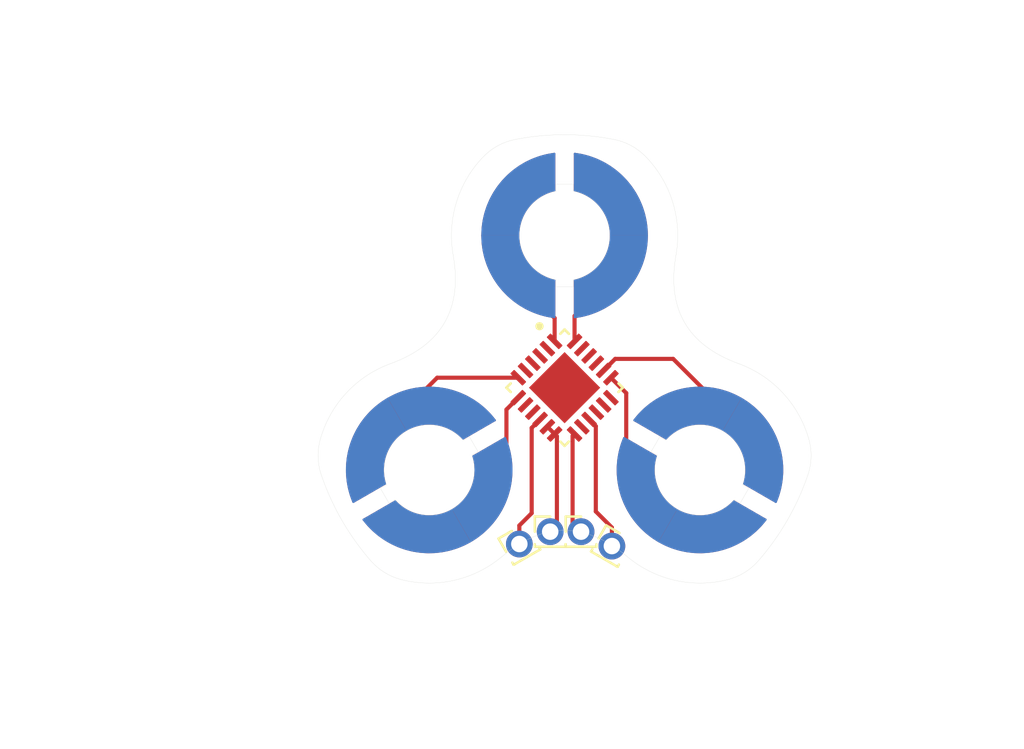
<source format=kicad_pcb>
(kicad_pcb (version 20241229) (generator "pcbnew") (generator_version "9.0")
  (layers (0 "F.Cu" signal) (2 "B.Cu" signal) (13 "F.Paste" user) (15 "B.Paste" user) (5 "F.SilkS" user "F.Silkscreen") (7 "B.SilkS" user "B.Silkscreen") (1 "F.Mask" user) (3 "B.Mask" user) (25 "Edge.Cuts" user))
  (net 0 "")
  (net 1 "SDA")
  (net 2 "SCL")
  (net 3 "GND")
  (net 4 "vcc")
  (net 5 "24")
  (footprint "Library:capacitive pad" (layer "F.Cu") (at 133.418225 93.8 120)
    (property "Reference" "REF**" (hide yes))
    (property "Value" "capacitive pad")
    (fp_line (start -0.5 -3.969109) (end -0.5 -2.193738) (stroke (width 0.1)) (layer "B.Cu"))
    (fp_line (start -0.5 3.969114) (end -0.5 2.193743) (stroke (width 0.1)) (layer "B.Cu"))
    (fp_arc (start -2.25 0.000003) (mid -1.758906 -1.403119) (end -0.5 -2.193738) (stroke (width 0.1)) (layer "B.Cu"))
    (fp_arc (start -4 0.000003) (mid -2.998711 -2.647209) (end -0.496134 -3.969109) (stroke (width 0.1)) (layer "B.Cu"))
    (fp_arc (start -0.5 2.193743) (mid -1.758906 1.403123) (end -2.25 0.000002) (stroke (width 0.1)) (layer "B.Cu"))
    (fp_arc (start -0.496135 3.969114) (mid -2.998711 2.647214) (end -4 0.000002) (stroke (width 0.1)) (layer "B.Cu"))
    (fp_poly (pts (xy -4 0.000002) (xy -3.888081 0.939591) (xy -3.547043 1.848916) (xy -2.998711 2.647214) (xy -2.254905 3.303848) (xy -1.303503 3.781652) (xy -0.496135 3.969114) (xy -0.5 2.193743) (xy -1.188316 1.910606) (xy -1.665865 1.512416) (xy -2.026996 0.976625) (xy -2.18981 0.516948) (xy -2.25 0.000003)) (fill yes) (layer "B.Cu"))
    (fp_poly (pts (xy -4 0.000003) (xy -3.888081 -0.939586) (xy -3.547043 -1.848911) (xy -2.998711 -2.647209) (xy -2.254906 -3.303843) (xy -1.303503 -3.781647) (xy -0.496134 -3.969109) (xy -0.5 -2.193738) (xy -1.188316 -1.910601) (xy -1.665865 -1.512411) (xy -2.026995 -0.97662) (xy -2.18981 -0.516943) (xy -2.25 0.000002)) (fill yes) (layer "B.Cu"))
    (pad "1" smd custom (at -3 0 120) (size 1 1) (layers "F.Cu" "F.Mask" "F.Paste") (options (clearance outline) (anchor circle)) (primitives (gr_poly (pts (xy -1 0.000002) (xy -0.888081 -0.939587) (xy -0.547043 -1.848912) (xy 0.001289 -2.64721) (xy 0.745095 -3.303844) (xy 1.696497 -3.781648) (xy 2.503866 -3.96911) (xy 2.5 -2.193739) (xy 1.811684 -1.910602) (xy 1.334135 -1.512412) (xy 0.973005 -0.976621) (xy 0.81019 -0.516944) (xy 0.75 0.000001)) (width 0) (fill yes)) (gr_poly (pts (xy -1 0.000001) (xy -0.888081 0.93959) (xy -0.547043 1.848915) (xy 0.001289 2.647213) (xy 0.745095 3.303847) (xy 1.696497 3.781651) (xy 2.503866 3.969113) (xy 2.5 2.193742) (xy 1.811684 1.910605) (xy 1.334135 1.512415) (xy 0.973005 0.976624) (xy 0.81019 0.516947) (xy 0.75 0.000002)) (width 0) (fill yes)) (gr_arc (start 2.503866 3.969113) (mid 0.001289 2.647213) (end -1 0.000001) (width 0.1)) (gr_arc (start 2.5 2.193742) (mid 1.241094 1.403122) (end 0.75 0.000001) (width 0.1)) (gr_arc (start 0.75 0.000002) (mid 1.241094 -1.40312) (end 2.5 -2.193739) (width 0.1)) (gr_arc (start -1 0.000002) (mid 0.001289 -2.64721) (end 2.503866 -3.96911) (width 0.1)) (gr_line (start 2.5 3.969113) (end 2.5 2.193742) (width 0.1)) (gr_line (start 2.5 -3.96911) (end 2.5 -2.193739) (width 0.1))))
  )
  (footprint "Library:QFN50P400X400X80-25N" (layer "F.Cu") (at 140 89.8 -45)
    (property "Reference" "REF**" (hide yes))
    (property "Value" "QFN50P400X400X80-25N")
    (fp_line (start -2 2) (end -2.000001 1.705) (stroke (width 0.127)) (layer "F.SilkS"))
    (fp_line (start -2 2) (end -1.705 2.000001) (stroke (width 0.127)) (layer "F.SilkS"))
    (fp_line (start -2 -2) (end -2.000001 -1.705) (stroke (width 0.127)) (layer "F.SilkS"))
    (fp_line (start -2 -2) (end -1.705 -2.000001) (stroke (width 0.127)) (layer "F.SilkS"))
    (fp_line (start 2 2) (end 1.705 2.000001) (stroke (width 0.127)) (layer "F.SilkS"))
    (fp_line (start 2 2) (end 2.000001 1.705) (stroke (width 0.127)) (layer "F.SilkS"))
    (fp_line (start 2 -2) (end 1.705 -2.000001) (stroke (width 0.127)) (layer "F.SilkS"))
    (fp_line (start 2 -2) (end 2.000001 -1.705) (stroke (width 0.127)) (layer "F.SilkS"))
    (fp_circle (center -2.975 -1.25) (end -2.875 -1.249999) (stroke (width 0.2)) (fill no) (layer "F.SilkS"))
    (pad "1" smd roundrect (at -1.935 -1.25 315) (size 0.84 0.27) (layers "F.Cu" "F.Mask" "F.Paste") (roundrect_rratio 0.125))
    (pad "2" smd roundrect (at -1.935001 -0.75 315) (size 0.84 0.27) (layers "F.Cu" "F.Mask" "F.Paste") (roundrect_rratio 0.125))
    (pad "3" smd roundrect (at -1.935 -0.25 315) (size 0.84 0.27) (layers "F.Cu" "F.Mask" "F.Paste") (roundrect_rratio 0.125))
    (pad "4" smd roundrect (at -1.935 0.25 315) (size 0.84 0.27) (layers "F.Cu" "F.Mask" "F.Paste") (roundrect_rratio 0.125))
    (pad "5" smd roundrect (at -1.935001 0.75 315) (size 0.84 0.27) (layers "F.Cu" "F.Mask" "F.Paste") (roundrect_rratio 0.125))
    (pad "6" smd roundrect (at -1.935 1.25 315) (size 0.84 0.27) (layers "F.Cu" "F.Mask" "F.Paste") (roundrect_rratio 0.125))
    (pad "7" smd roundrect (at -1.25 1.935 315) (size 0.27 0.84) (layers "F.Cu" "F.Mask" "F.Paste") (roundrect_rratio 0.125))
    (pad "8" smd roundrect (at -0.75 1.935001 315) (size 0.27 0.84) (layers "F.Cu" "F.Mask" "F.Paste") (roundrect_rratio 0.125))
    (pad "9" smd roundrect (at -0.25 1.935 315) (size 0.27 0.84) (layers "F.Cu" "F.Mask" "F.Paste") (roundrect_rratio 0.125))
    (pad "10" smd roundrect (at 0.25 1.935 315) (size 0.27 0.84) (layers "F.Cu" "F.Mask" "F.Paste") (roundrect_rratio 0.125) (net 3 "GND"))
    (pad "11" smd roundrect (at 0.75 1.935001 315) (size 0.27 0.84) (layers "F.Cu" "F.Mask" "F.Paste") (roundrect_rratio 0.125) (net 4 "vcc"))
    (pad "12" smd roundrect (at 1.25 1.935 315) (size 0.27 0.84) (layers "F.Cu" "F.Mask" "F.Paste") (roundrect_rratio 0.125) (net 4 "vcc"))
    (pad "13" smd roundrect (at 1.935 1.25 315) (size 0.84 0.27) (layers "F.Cu" "F.Mask" "F.Paste") (roundrect_rratio 0.125) (net 1 "SDA"))
    (pad "14" smd roundrect (at 1.935001 0.75 315) (size 0.84 0.27) (layers "F.Cu" "F.Mask" "F.Paste") (roundrect_rratio 0.125))
    (pad "15" smd roundrect (at 1.935 0.25 315) (size 0.84 0.27) (layers "F.Cu" "F.Mask" "F.Paste") (roundrect_rratio 0.125) (net 2 "SCL"))
    (pad "16" smd roundrect (at 1.935 -0.25 315) (size 0.84 0.27) (layers "F.Cu" "F.Mask" "F.Paste") (roundrect_rratio 0.125))
    (pad "17" smd roundrect (at 1.935001 -0.75 315) (size 0.84 0.27) (layers "F.Cu" "F.Mask" "F.Paste") (roundrect_rratio 0.125))
    (pad "18" smd roundrect (at 1.935 -1.25 315) (size 0.84 0.27) (layers "F.Cu" "F.Mask" "F.Paste") (roundrect_rratio 0.125))
    (pad "19" smd roundrect (at 1.25 -1.935 315) (size 0.27 0.84) (layers "F.Cu" "F.Mask" "F.Paste") (roundrect_rratio 0.125))
    (pad "20" smd roundrect (at 0.75 -1.935001 315) (size 0.27 0.84) (layers "F.Cu" "F.Mask" "F.Paste") (roundrect_rratio 0.125))
    (pad "21" smd roundrect (at 0.25 -1.935 315) (size 0.27 0.84) (layers "F.Cu" "F.Mask" "F.Paste") (roundrect_rratio 0.125))
    (pad "22" smd roundrect (at -0.25 -1.935 315) (size 0.27 0.84) (layers "F.Cu" "F.Mask" "F.Paste") (roundrect_rratio 0.125))
    (pad "23" smd roundrect (at -0.75 -1.935001 315) (size 0.27 0.84) (layers "F.Cu" "F.Mask" "F.Paste") (roundrect_rratio 0.125))
    (pad "24" smd roundrect (at -1.25 -1.935 315) (size 0.27 0.84) (layers "F.Cu" "F.Mask" "F.Paste") (roundrect_rratio 0.125) (net 5 "24"))
    (pad "25" smd rect (at 0 0 315) (size 2.45 2.45) (layers "F.Cu" "F.Mask"))
  )
  (footprint "Library:capacitive pad" (layer "F.Cu") (at 133.418225 93.8 -60)
    (property "Reference" "REF**" (hide yes))
    (property "Value" "capacitive pad")
    (fp_line (start -0.5 3.969114) (end -0.5 2.193743) (stroke (width 0.1)) (layer "B.Cu"))
    (fp_line (start -0.5 -3.969108) (end -0.499999 -2.193738) (stroke (width 0.1)) (layer "B.Cu"))
    (fp_arc (start -0.496135 3.969114) (mid -2.998711 2.647214) (end -4 0.000002) (stroke (width 0.1)) (layer "B.Cu"))
    (fp_arc (start -0.5 2.193743) (mid -1.758906 1.403123) (end -2.25 0.000002) (stroke (width 0.1)) (layer "B.Cu"))
    (fp_arc (start -4 0.000003) (mid -2.998711 -2.647209) (end -0.496134 -3.969109) (stroke (width 0.1)) (layer "B.Cu"))
    (fp_arc (start -2.25 0.000003) (mid -1.758905 -1.403119) (end -0.499999 -2.193738) (stroke (width 0.1)) (layer "B.Cu"))
    (fp_poly (pts (xy -4 0.000003) (xy -3.888081 -0.939586) (xy -3.547043 -1.848911) (xy -2.998711 -2.647209) (xy -2.254906 -3.303843) (xy -1.303503 -3.781647) (xy -0.496134 -3.969109) (xy -0.499999 -2.193738) (xy -1.188316 -1.910601) (xy -1.665865 -1.512412) (xy -2.026995 -0.976621) (xy -2.18981 -0.516942) (xy -2.25 0.000002)) (fill yes) (layer "B.Cu"))
    (fp_poly (pts (xy -4 0.000002) (xy -3.888081 0.939591) (xy -3.547043 1.848916) (xy -2.998711 2.647214) (xy -2.254905 3.303848) (xy -1.303503 3.781652) (xy -0.496135 3.969114) (xy -0.5 2.193743) (xy -1.188316 1.910606) (xy -1.665865 1.512416) (xy -2.026996 0.976625) (xy -2.18981 0.516948) (xy -2.25 0.000003)) (fill yes) (layer "B.Cu"))
    (pad "1" smd custom (at -3 0 300) (size 1 1) (layers "F.Cu" "F.Mask" "F.Paste") (options (clearance outline) (anchor circle)) (primitives (gr_poly (pts (xy -1 0.000002) (xy -0.888081 -0.939587) (xy -0.547043 -1.848912) (xy 0.001289 -2.64721) (xy 0.745095 -3.303844) (xy 1.696497 -3.781648) (xy 2.503866 -3.96911) (xy 2.5 -2.193739) (xy 1.811684 -1.910602) (xy 1.334135 -1.512412) (xy 0.973005 -0.976621) (xy 0.81019 -0.516944) (xy 0.75 0.000001)) (width 0) (fill yes)) (gr_poly (pts (xy -1 0.000001) (xy -0.888081 0.93959) (xy -0.547043 1.848915) (xy 0.001289 2.647213) (xy 0.745095 3.303847) (xy 1.696497 3.781651) (xy 2.503866 3.969113) (xy 2.5 2.193742) (xy 1.811684 1.910605) (xy 1.334135 1.512415) (xy 0.973005 0.976624) (xy 0.81019 0.516947) (xy 0.75 0.000002)) (width 0) (fill yes)) (gr_arc (start 2.503866 3.969113) (mid 0.001289 2.647213) (end -1 0.000001) (width 0.1)) (gr_arc (start 2.5 2.193742) (mid 1.241094 1.403122) (end 0.75 0.000001) (width 0.1)) (gr_arc (start 0.75 0.000002) (mid 1.241094 -1.40312) (end 2.5 -2.193739) (width 0.1)) (gr_arc (start -1 0.000002) (mid 0.001289 -2.64721) (end 2.503866 -3.96911) (width 0.1)) (gr_line (start 2.5 3.969113) (end 2.5 2.193742) (width 0.1)) (gr_line (start 2.5 -3.96911) (end 2.5 -2.193739) (width 0.1))))
  )
  (footprint "Library:capacitive pad" (layer "F.Cu") (at 146.581793 93.80001 60)
    (property "Reference" "REF**" (hide yes))
    (property "Value" "capacitive pad")
    (fp_line (start -0.5 -3.969108) (end -0.499999 -2.193738) (stroke (width 0.1)) (layer "B.Cu"))
    (fp_line (start -0.5 3.969115) (end -0.5 2.193743) (stroke (width 0.1)) (layer "B.Cu"))
    (fp_arc (start -4 0.000003) (mid -2.998711 -2.647209) (end -0.496134 -3.969109) (stroke (width 0.1)) (layer "B.Cu"))
    (fp_arc (start -2.25 0.000004) (mid -1.758905 -1.403119) (end -0.499999 -2.193738) (stroke (width 0.1)) (layer "B.Cu"))
    (fp_arc (start -0.5 2.193743) (mid -1.758906 1.403123) (end -2.25 0.000002) (stroke (width 0.1)) (layer "B.Cu"))
    (fp_arc (start -0.496135 3.969114) (mid -2.998711 2.647214) (end -4 0.000002) (stroke (width 0.1)) (layer "B.Cu"))
    (fp_poly (pts (xy -4 0.000002) (xy -3.888081 0.939591) (xy -3.547043 1.848916) (xy -2.998711 2.647214) (xy -2.254905 3.303848) (xy -1.303503 3.781652) (xy -0.496135 3.969114) (xy -0.5 2.193743) (xy -1.188316 1.910606) (xy -1.665865 1.512416) (xy -2.026996 0.976625) (xy -2.18981 0.516948) (xy -2.25 0.000004)) (fill yes) (layer "B.Cu"))
    (fp_poly (pts (xy -4 0.000003) (xy -3.888081 -0.939586) (xy -3.547043 -1.848911) (xy -2.998711 -2.647209) (xy -2.254906 -3.303843) (xy -1.303503 -3.781647) (xy -0.496134 -3.969109) (xy -0.499999 -2.193738) (xy -1.188316 -1.910601) (xy -1.665865 -1.512412) (xy -2.026995 -0.976621) (xy -2.18981 -0.516942) (xy -2.25 0.000002)) (fill yes) (layer "B.Cu"))
    (pad "1" smd custom (at -3 0 60) (size 1 1) (layers "F.Cu" "F.Mask" "F.Paste") (options (clearance outline) (anchor circle)) (primitives (gr_poly (pts (xy -1 0.000002) (xy -0.888081 -0.939587) (xy -0.547043 -1.848912) (xy 0.001289 -2.64721) (xy 0.745095 -3.303844) (xy 1.696497 -3.781648) (xy 2.503866 -3.96911) (xy 2.5 -2.193739) (xy 1.811684 -1.910602) (xy 1.334135 -1.512412) (xy 0.973005 -0.976621) (xy 0.81019 -0.516944) (xy 0.75 0.000001)) (width 0) (fill yes)) (gr_poly (pts (xy -1 0.000001) (xy -0.888081 0.93959) (xy -0.547043 1.848915) (xy 0.001289 2.647213) (xy 0.745095 3.303847) (xy 1.696497 3.781651) (xy 2.503866 3.969113) (xy 2.5 2.193742) (xy 1.811684 1.910605) (xy 1.334135 1.512415) (xy 0.973005 0.976624) (xy 0.81019 0.516947) (xy 0.75 0.000002)) (width 0) (fill yes)) (gr_arc (start 2.503866 3.969113) (mid 0.001289 2.647213) (end -1 0.000001) (width 0.1)) (gr_arc (start 2.5 2.193742) (mid 1.241094 1.403122) (end 0.75 0.000001) (width 0.1)) (gr_arc (start 0.75 0.000002) (mid 1.241094 -1.40312) (end 2.5 -2.193739) (width 0.1)) (gr_arc (start -1 0.000002) (mid 0.001289 -2.64721) (end 2.503866 -3.96911) (width 0.1)) (gr_line (start 2.5 3.969113) (end 2.5 2.193742) (width 0.1)) (gr_line (start 2.5 -3.96911) (end 2.5 -2.193739) (width 0.1))))
  )
  (footprint "Library:capacitive pad" (layer "F.Cu") (at 140 82.40001)
    (property "Reference" "REF**" (hide yes))
    (property "Value" "capacitive pad")
    (fp_line (start -0.5 -3.969109) (end -0.5 -2.193738) (stroke (width 0.1)) (layer "B.Cu"))
    (fp_line (start -0.5 3.969114) (end -0.5 2.193743) (stroke (width 0.1)) (layer "B.Cu"))
    (fp_arc (start -4 0.000003) (mid -2.998711 -2.647209) (end -0.496134 -3.969109) (stroke (width 0.1)) (layer "B.Cu"))
    (fp_arc (start -2.25 0.000003) (mid -1.758906 -1.403119) (end -0.5 -2.193738) (stroke (width 0.1)) (layer "B.Cu"))
    (fp_arc (start -0.5 2.193743) (mid -1.758906 1.403123) (end -2.25 0.000002) (stroke (width 0.1)) (layer "B.Cu"))
    (fp_arc (start -0.496134 3.969114) (mid -2.998711 2.647214) (end -4 0.000002) (stroke (width 0.1)) (layer "B.Cu"))
    (fp_poly (pts (xy -4 0.000002) (xy -3.888081 0.939591) (xy -3.547043 1.848916) (xy -2.998711 2.647214) (xy -2.254905 3.303848) (xy -1.303503 3.781652) (xy -0.496134 3.969114) (xy -0.5 2.193743) (xy -1.188316 1.910606) (xy -1.665865 1.512416) (xy -2.026995 0.976625) (xy -2.18981 0.516948) (xy -2.25 0.000003)) (fill yes) (layer "B.Cu"))
    (fp_poly (pts (xy -4 0.000003) (xy -3.888081 -0.939586) (xy -3.547043 -1.848911) (xy -2.998711 -2.647209) (xy -2.254905 -3.303843) (xy -1.303503 -3.781647) (xy -0.496134 -3.969109) (xy -0.5 -2.193738) (xy -1.188316 -1.910601) (xy -1.665865 -1.512411) (xy -2.026995 -0.97662) (xy -2.18981 -0.516943) (xy -2.25 0.000002)) (fill yes) (layer "B.Cu"))
    (pad "1" smd custom (at -3 0) (size 1 1) (layers "F.Cu" "F.Mask" "F.Paste") (options (clearance outline) (anchor circle)) (primitives (gr_poly (pts (xy -1 0.000002) (xy -0.888081 -0.939587) (xy -0.547043 -1.848912) (xy 0.001289 -2.64721) (xy 0.745095 -3.303844) (xy 1.696497 -3.781648) (xy 2.503866 -3.96911) (xy 2.5 -2.193739) (xy 1.811684 -1.910602) (xy 1.334135 -1.512412) (xy 0.973005 -0.976621) (xy 0.81019 -0.516944) (xy 0.75 0.000001)) (width 0) (fill yes)) (gr_poly (pts (xy -1 0.000001) (xy -0.888081 0.93959) (xy -0.547043 1.848915) (xy 0.001289 2.647213) (xy 0.745095 3.303847) (xy 1.696497 3.781651) (xy 2.503866 3.969113) (xy 2.5 2.193742) (xy 1.811684 1.910605) (xy 1.334135 1.512415) (xy 0.973005 0.976624) (xy 0.81019 0.516947) (xy 0.75 0.000002)) (width 0) (fill yes)) (gr_arc (start 2.503866 3.969113) (mid 0.001289 2.647213) (end -1 0.000001) (width 0.1)) (gr_arc (start 2.5 2.193742) (mid 1.241094 1.403122) (end 0.75 0.000001) (width 0.1)) (gr_arc (start 0.75 0.000002) (mid 1.241094 -1.40312) (end 2.5 -2.193739) (width 0.1)) (gr_arc (start -1 0.000002) (mid 0.001289 -2.64721) (end 2.503866 -3.96911) (width 0.1)) (gr_line (start 2.5 3.969113) (end 2.5 2.193742) (width 0.1)) (gr_line (start 2.5 -3.96911) (end 2.5 -2.193739) (width 0.1))))
  )
  (footprint "Library:capacitive pad" (layer "F.Cu") (at 140 82.40001 180)
    (property "Reference" "REF**" (hide yes))
    (property "Value" "capacitive pad")
    (fp_line (start -0.5 3.969114) (end -0.5 2.193743) (stroke (width 0.1)) (layer "B.Cu"))
    (fp_line (start -0.5 -3.969108) (end -0.499999 -2.193738) (stroke (width 0.1)) (layer "B.Cu"))
    (fp_arc (start -0.496134 3.969114) (mid -2.998711 2.647214) (end -4.000001 0.000002) (stroke (width 0.1)) (layer "B.Cu"))
    (fp_arc (start -0.5 2.193743) (mid -1.758906 1.403123) (end -2.25 0.000002) (stroke (width 0.1)) (layer "B.Cu"))
    (fp_arc (start -2.25 0.000003) (mid -1.758905 -1.403119) (end -0.499999 -2.193738) (stroke (width 0.1)) (layer "B.Cu"))
    (fp_arc (start -4 0.000003) (mid -2.99871 -2.647209) (end -0.496134 -3.969109) (stroke (width 0.1)) (layer "B.Cu"))
    (fp_poly (pts (xy -4 0.000003) (xy -3.888081 -0.939586) (xy -3.547043 -1.848911) (xy -2.99871 -2.647209) (xy -2.254905 -3.303843) (xy -1.303503 -3.781647) (xy -0.496134 -3.969109) (xy -0.499999 -2.193738) (xy -1.188316 -1.910601) (xy -1.665865 -1.512412) (xy -2.026995 -0.976621) (xy -2.18981 -0.516942) (xy -2.25 0.000002)) (fill yes) (layer "B.Cu"))
    (fp_poly (pts (xy -4.000001 0.000002) (xy -3.888081 0.939591) (xy -3.547043 1.848916) (xy -2.998711 2.647214) (xy -2.254905 3.303848) (xy -1.303503 3.781652) (xy -0.496134 3.969114) (xy -0.5 2.193743) (xy -1.188316 1.910606) (xy -1.665865 1.512416) (xy -2.026995 0.976625) (xy -2.18981 0.516948) (xy -2.25 0.000003)) (fill yes) (layer "B.Cu"))
    (pad "1" smd custom (at -3 0 180) (size 1 1) (layers "F.Cu" "F.Mask" "F.Paste") (net 5 "24") (options (clearance outline) (anchor circle)) (primitives (gr_poly (pts (xy -1 0.000002) (xy -0.888081 -0.939587) (xy -0.547043 -1.848912) (xy 0.001289 -2.64721) (xy 0.745095 -3.303844) (xy 1.696497 -3.781648) (xy 2.503866 -3.96911) (xy 2.5 -2.193739) (xy 1.811684 -1.910602) (xy 1.334135 -1.512412) (xy 0.973005 -0.976621) (xy 0.81019 -0.516944) (xy 0.75 0.000001)) (width 0) (fill yes)) (gr_poly (pts (xy -1 0.000001) (xy -0.888081 0.93959) (xy -0.547043 1.848915) (xy 0.001289 2.647213) (xy 0.745095 3.303847) (xy 1.696497 3.781651) (xy 2.503866 3.969113) (xy 2.5 2.193742) (xy 1.811684 1.910605) (xy 1.334135 1.512415) (xy 0.973005 0.976624) (xy 0.81019 0.516947) (xy 0.75 0.000002)) (width 0) (fill yes)) (gr_arc (start 2.503866 3.969113) (mid 0.001289 2.647213) (end -1 0.000001) (width 0.1)) (gr_arc (start 2.5 2.193742) (mid 1.241094 1.403122) (end 0.75 0.000001) (width 0.1)) (gr_arc (start 0.75 0.000002) (mid 1.241094 -1.40312) (end 2.5 -2.193739) (width 0.1)) (gr_arc (start -1 0.000002) (mid 0.001289 -2.64721) (end 2.503866 -3.96911) (width 0.1)) (gr_line (start 2.5 3.969113) (end 2.5 2.193742) (width 0.1)) (gr_line (start 2.5 -3.96911) (end 2.5 -2.193739) (width 0.1))))
  )
  (footprint "Library:capacitive pad" (layer "F.Cu") (at 146.581793 93.80001 -120)
    (property "Reference" "REF**" (hide yes))
    (property "Value" "capacitive pad")
    (fp_line (start -0.5 3.969115) (end -0.5 2.193743) (stroke (width 0.1)) (layer "B.Cu"))
    (fp_line (start -0.5 -3.969109) (end -0.5 -2.193738) (stroke (width 0.1)) (layer "B.Cu"))
    (fp_arc (start -0.496135 3.969114) (mid -2.998711 2.647214) (end -4 0.000002) (stroke (width 0.1)) (layer "B.Cu"))
    (fp_arc (start -0.5 2.193743) (mid -1.758906 1.403123) (end -2.25 0.000002) (stroke (width 0.1)) (layer "B.Cu"))
    (fp_arc (start -2.25 0.000004) (mid -1.758906 -1.403119) (end -0.5 -2.193738) (stroke (width 0.1)) (layer "B.Cu"))
    (fp_arc (start -4 0.000003) (mid -2.998711 -2.647209) (end -0.496134 -3.969109) (stroke (width 0.1)) (layer "B.Cu"))
    (fp_poly (pts (xy -4 0.000003) (xy -3.888081 -0.939586) (xy -3.547043 -1.848911) (xy -2.998711 -2.647209) (xy -2.254906 -3.303843) (xy -1.303503 -3.781647) (xy -0.496134 -3.969109) (xy -0.5 -2.193738) (xy -1.188316 -1.910601) (xy -1.665865 -1.512411) (xy -2.026995 -0.97662) (xy -2.18981 -0.516943) (xy -2.25 0.000002)) (fill yes) (layer "B.Cu"))
    (fp_poly (pts (xy -4 0.000002) (xy -3.888081 0.939591) (xy -3.547043 1.848916) (xy -2.998711 2.647214) (xy -2.254905 3.303848) (xy -1.303503 3.781652) (xy -0.496135 3.969114) (xy -0.5 2.193743) (xy -1.188316 1.910606) (xy -1.665865 1.512416) (xy -2.026996 0.976625) (xy -2.18981 0.516948) (xy -2.25 0.000004)) (fill yes) (layer "B.Cu"))
    (pad "1" smd custom (at -3 0 240) (size 1 1) (layers "F.Cu" "F.Mask" "F.Paste") (options (clearance outline) (anchor circle)) (primitives (gr_poly (pts (xy -1 0.000002) (xy -0.888081 -0.939587) (xy -0.547043 -1.848912) (xy 0.001289 -2.64721) (xy 0.745095 -3.303844) (xy 1.696497 -3.781648) (xy 2.503866 -3.96911) (xy 2.5 -2.193739) (xy 1.811684 -1.910602) (xy 1.334135 -1.512412) (xy 0.973005 -0.976621) (xy 0.81019 -0.516944) (xy 0.75 0.000001)) (width 0) (fill yes)) (gr_poly (pts (xy -1 0.000001) (xy -0.888081 0.93959) (xy -0.547043 1.848915) (xy 0.001289 2.647213) (xy 0.745095 3.303847) (xy 1.696497 3.781651) (xy 2.503866 3.969113) (xy 2.5 2.193742) (xy 1.811684 1.910605) (xy 1.334135 1.512415) (xy 0.973005 0.976624) (xy 0.81019 0.516947) (xy 0.75 0.000002)) (width 0) (fill yes)) (gr_arc (start 2.503866 3.969113) (mid 0.001289 2.647213) (end -1 0.000001) (width 0.1)) (gr_arc (start 2.5 2.193742) (mid 1.241094 1.403122) (end 0.75 0.000001) (width 0.1)) (gr_arc (start 0.75 0.000002) (mid 1.241094 -1.40312) (end 2.5 -2.193739) (width 0.1)) (gr_arc (start -1 0.000002) (mid 0.001289 -2.64721) (end 2.503866 -3.96911) (width 0.1)) (gr_line (start 2.5 3.969113) (end 2.5 2.193742) (width 0.1)) (gr_line (start 2.5 -3.96911) (end 2.5 -2.193739) (width 0.1))))
  )
  (footprint "Connector_PinHeader_1.00mm:PinHeader_1x01_P1.00mm_Vertical" (layer "F.Cu") (at 142.3 97.5 -30)
    (property "Reference" "REF**" (hide yes))
    (property "Value" "PinHeader_1x01_P1.00mm_Vertical")
    (fp_line (start -0.745 0.735) (end -0.685565 0.735) (stroke (width 0.12)) (layer "F.SilkS"))
    (fp_line (start -0.745 0.735) (end -0.745 0.61) (stroke (width 0.12)) (layer "F.SilkS"))
    (fp_line (start -0.745 0.735) (end 0.745 0.735) (stroke (width 0.12)) (layer "F.SilkS"))
    (fp_line (start -0.745 0) (end -0.745 -0.735) (stroke (width 0.12)) (layer "F.SilkS"))
    (fp_line (start -0.745 -0.735) (end 0 -0.735) (stroke (width 0.12)) (layer "F.SilkS"))
    (fp_line (start 0.685565 0.735) (end 0.745 0.735) (stroke (width 0.12)) (layer "F.SilkS"))
    (fp_line (start 0.745 0.735) (end 0.745 0.61) (stroke (width 0.12)) (layer "F.SilkS"))
    (pad "1" thru_hole circle (at 0 0 330) (size 1.3 0.85) (drill 0.8) (layers "*.Cu" "*.Mask") (net 2 "SCL"))
  )
  (footprint "Connector_PinHeader_1.00mm:PinHeader_1x01_P1.00mm_Vertical" (layer "F.Cu") (at 137.8 97.4 30)
    (property "Reference" "REF**" (hide yes))
    (property "Value" "PinHeader_1x01_P1.00mm_Vertical")
    (fp_line (start -0.745 -0.735) (end 0 -0.735) (stroke (width 0.12)) (layer "F.SilkS"))
    (fp_line (start -0.745 0) (end -0.745 -0.735) (stroke (width 0.12)) (layer "F.SilkS"))
    (fp_line (start -0.745 0.735) (end -0.745 0.61) (stroke (width 0.12)) (layer "F.SilkS"))
    (fp_line (start -0.745 0.735) (end -0.685565 0.735) (stroke (width 0.12)) (layer "F.SilkS"))
    (fp_line (start -0.745 0.735) (end 0.745 0.735) (stroke (width 0.12)) (layer "F.SilkS"))
    (fp_line (start 0.685565 0.735) (end 0.745 0.735) (stroke (width 0.12)) (layer "F.SilkS"))
    (fp_line (start 0.745 0.735) (end 0.745 0.61) (stroke (width 0.12)) (layer "F.SilkS"))
    (pad "1" thru_hole circle (at 0 0 30) (size 1.3 0.85) (drill 0.8) (layers "*.Cu" "*.Mask") (net 3 "GND"))
  )
  (footprint "Connector_PinHeader_1.00mm:PinHeader_1x01_P1.00mm_Vertical" (layer "F.Cu") (at 140.8 96.8)
    (property "Reference" "REF**" (hide yes))
    (property "Value" "PinHeader_1x01_P1.00mm_Vertical")
    (fp_line (start -0.745 -0.735) (end 0 -0.735) (stroke (width 0.12)) (layer "F.SilkS"))
    (fp_line (start -0.745 0) (end -0.745 -0.735) (stroke (width 0.12)) (layer "F.SilkS"))
    (fp_line (start -0.745 0.735) (end -0.745 0.61) (stroke (width 0.12)) (layer "F.SilkS"))
    (fp_line (start -0.745 0.735) (end -0.685565 0.735) (stroke (width 0.12)) (layer "F.SilkS"))
    (fp_line (start -0.745 0.735) (end 0.745 0.735) (stroke (width 0.12)) (layer "F.SilkS"))
    (fp_line (start 0.685565 0.735) (end 0.745 0.735) (stroke (width 0.12)) (layer "F.SilkS"))
    (fp_line (start 0.745 0.735) (end 0.745 0.61) (stroke (width 0.12)) (layer "F.SilkS"))
    (pad "1" thru_hole circle (at 0 0 350) (size 1.3 0.85) (drill 0.8) (layers "*.Cu" "*.Mask") (net 1 "SDA"))
  )
  (footprint "Connector_PinHeader_1.00mm:PinHeader_1x01_P1.00mm_Vertical" (layer "F.Cu") (at 139.3 96.8)
    (property "Reference" "REF**" (hide yes))
    (property "Value" "PinHeader_1x01_P1.00mm_Vertical")
    (fp_line (start -0.745 -0.735) (end 0 -0.735) (stroke (width 0.12)) (layer "F.SilkS"))
    (fp_line (start -0.745 0) (end -0.745 -0.735) (stroke (width 0.12)) (layer "F.SilkS"))
    (fp_line (start -0.745 0.735) (end -0.745 0.61) (stroke (width 0.12)) (layer "F.SilkS"))
    (fp_line (start -0.745 0.735) (end -0.685565 0.735) (stroke (width 0.12)) (layer "F.SilkS"))
    (fp_line (start -0.745 0.735) (end 0.745 0.735) (stroke (width 0.12)) (layer "F.SilkS"))
    (fp_line (start 0.685565 0.735) (end 0.745 0.735) (stroke (width 0.12)) (layer "F.SilkS"))
    (fp_line (start 0.745 0.735) (end 0.745 0.61) (stroke (width 0.12)) (layer "F.SilkS"))
    (pad "1" thru_hole circle (at 0 0 10) (size 1.3 0.85) (drill 0.8) (layers "*.Cu" "*.Mask") (net 4 "vcc"))
  )
  (gr_line (start 139.588355 79.9) (end 140.411645 79.90001) (stroke (width 0.01)) (layer "Edge.Cuts"))
  (gr_line (start 144.916026 92.362953) (end 144.62257 92.193526) (stroke (width 0.01)) (layer "Edge.Cuts"))
  (gr_arc (start 130.562247 98.196279) (mid 129.174682 96.250011) (end 128.182947 94.07521) (stroke (width 0.01)) (layer "Edge.Cuts"))
  (gr_curve (pts (xy 148.462904 88.631701) (xy 145.971545 87.72492) (xy 144.956058 85.966045) (xy 145.416443 83.355075)) (stroke (width 0.01)) (layer "Edge.Cuts"))
  (gr_arc (start 148.462904 88.631701) (mid 150.593481 90.037512) (end 151.859961 92.253744) (stroke (width 0.01)) (layer "Edge.Cuts"))
  (gr_arc (start 140.411645 80.238865) (mid 141.694936 80.997444) (end 142.2 82.40001) (stroke (width 0.01)) (layer "Edge.Cuts"))
  (gr_line (start 140.411645 80.238865) (end 140.411645 79.90001) (stroke (width 0.01)) (layer "Edge.Cuts"))
  (gr_line (start 139.588355 80.238855) (end 139.588355 79.9) (stroke (width 0.01)) (layer "Edge.Cuts"))
  (gr_line (start 135.377457 92.19351) (end 135.789093 92.906505) (stroke (width 0.01)) (layer "Edge.Cuts"))
  (gr_curve (pts (xy 137.6207 77.728542) (xy 136.994931 77.849871) (xy 136.461967 78.141063) (xy 136.02181 78.602115)) (stroke (width 0.01)) (layer "Edge.Cuts"))
  (gr_arc (start 132.318216 91.894749) (mid 133.785406 91.630864) (end 135.084 92.362937) (stroke (width 0.01)) (layer "Edge.Cuts"))
  (gr_arc (start 134.583557 83.355075) (mid 134.735739 80.807037) (end 136.02181 78.602115) (stroke (width 0.01)) (layer "Edge.Cuts"))
  (gr_line (start 131.340796 94.524077) (end 131.047339 94.693505) (stroke (width 0.01)) (layer "Edge.Cuts"))
  (gr_line (start 148.247577 95.237078) (end 148.541034 95.406505) (stroke (width 0.01)) (layer "Edge.Cuts"))
  (gr_line (start 140.411645 84.9) (end 139.588355 84.89999) (stroke (width 0.01)) (layer "Edge.Cuts"))
  (gr_arc (start 137.8 82.4) (mid 138.305064 80.997434) (end 139.588355 80.238855) (stroke (width 0.01)) (layer "Edge.Cuts"))
  (gr_curve (pts (xy 134.583557 83.355075) (xy 135.043942 85.966045) (xy 134.028455 87.72492) (xy 131.537096 88.631701)) (stroke (width 0.01)) (layer "Edge.Cuts"))
  (gr_curve (pts (xy 128.140039 92.253744) (xy 127.960834 92.865457) (xy 127.975137 93.472613) (xy 128.182947 94.07521)) (stroke (width 0.01)) (layer "Edge.Cuts"))
  (gr_arc (start 139.588355 84.561135) (mid 138.305064 83.802556) (end 137.8 82.39999) (stroke (width 0.01)) (layer "Edge.Cuts"))
  (gr_arc (start 147.881771 99.144171) (mid 145.329217 99.155481) (end 143.046461 98.013254) (stroke (width 0.01)) (layer "Edge.Cuts"))
  (gr_arc (start 134.518216 95.705261) (mid 133.051026 95.969145) (end 131.752432 95.237072) (stroke (width 0.01)) (layer "Edge.Cuts"))
  (gr_curve (pts (xy 151.817053 94.07521) (xy 152.024863 93.472613) (xy 152.039166 92.865457) (xy 151.859961 92.253744)) (stroke (width 0.01)) (layer "Edge.Cuts"))
  (gr_arc (start 135.495636 93.075932) (mid 135.480333 94.566584) (end 134.518207 95.705266) (stroke (width 0.01)) (layer "Edge.Cuts"))
  (gr_line (start 131.458975 95.4065) (end 131.047339 94.693505) (stroke (width 0.01)) (layer "Edge.Cuts"))
  (gr_arc (start 143.97819 78.602115) (mid 145.26426 80.807037) (end 145.416443 83.355075) (stroke (width 0.01)) (layer "Edge.Cuts"))
  (gr_arc (start 144.916026 92.362953) (mid 146.21462 91.63088) (end 147.681811 91.894765) (stroke (width 0.01)) (layer "Edge.Cuts"))
  (gr_line (start 139.588355 84.561135) (end 139.588355 84.89999) (stroke (width 0.01)) (layer "Edge.Cuts"))
  (gr_line (start 135.495636 93.075932) (end 135.789093 92.906505) (stroke (width 0.01)) (layer "Edge.Cuts"))
  (gr_curve (pts (xy 143.97819 78.602115) (xy 143.538033 78.141063) (xy 143.005069 77.849871) (xy 142.3793 77.728542)) (stroke (width 0.01)) (layer "Edge.Cuts"))
  (gr_line (start 140.411645 84.561145) (end 140.411645 84.9) (stroke (width 0.01)) (layer "Edge.Cuts"))
  (gr_curve (pts (xy 136.953539 98.013254) (xy 138.984513 96.309065) (xy 141.015487 96.309065) (xy 143.046461 98.013254)) (stroke (width 0.01)) (layer "Edge.Cuts"))
  (gr_line (start 131.752432 95.237072) (end 131.458975 95.4065) (stroke (width 0.01)) (layer "Edge.Cuts"))
  (gr_arc (start 151.817053 94.07521) (mid 150.825317 96.25001) (end 149.437753 98.196279) (stroke (width 0.01)) (layer "Edge.Cuts"))
  (gr_line (start 148.65923 94.524093) (end 148.952688 94.69352) (stroke (width 0.01)) (layer "Edge.Cuts"))
  (gr_arc (start 145.481802 95.705271) (mid 144.519676 94.56659) (end 144.504372 93.075938) (stroke (width 0.01)) (layer "Edge.Cuts"))
  (gr_arc (start 137.6207 77.728542) (mid 140 77.50001) (end 142.3793 77.728542) (stroke (width 0.01)) (layer "Edge.Cuts"))
  (gr_arc (start 136.953539 98.013254) (mid 134.670783 99.15548) (end 132.118229 99.144171) (stroke (width 0.01)) (layer "Edge.Cuts"))
  (gr_arc (start 148.247577 95.237078) (mid 146.948983 95.969151) (end 145.481793 95.705266) (stroke (width 0.01)) (layer "Edge.Cuts"))
  (gr_curve (pts (xy 147.881771 99.144171) (xy 148.501133 98.99351) (xy 149.019794 98.677546) (xy 149.437753 98.196279)) (stroke (width 0.01)) (layer "Edge.Cuts"))
  (gr_line (start 135.084 92.362937) (end 135.377457 92.19351) (stroke (width 0.01)) (layer "Edge.Cuts"))
  (gr_line (start 148.952688 94.69352) (end 148.541034 95.406505) (stroke (width 0.01)) (layer "Edge.Cuts"))
  (gr_arc (start 128.140039 92.253744) (mid 129.406522 90.037513) (end 131.537096 88.631701) (stroke (width 0.01)) (layer "Edge.Cuts"))
  (gr_line (start 144.210916 92.90651) (end 144.62257 92.193526) (stroke (width 0.01)) (layer "Edge.Cuts"))
  (gr_curve (pts (xy 130.562247 98.196279) (xy 130.980206 98.677546) (xy 131.498867 98.99351) (xy 132.118229 99.144171)) (stroke (width 0.01)) (layer "Edge.Cuts"))
  (gr_arc (start 131.340796 94.524077) (mid 131.356099 93.033425) (end 132.318225 91.894744) (stroke (width 0.01)) (layer "Edge.Cuts"))
  (gr_arc (start 147.681802 91.894759) (mid 148.643927 93.033441) (end 148.65923 94.524093) (stroke (width 0.01)) (layer "Edge.Cuts"))
  (gr_line (start 144.504372 93.075938) (end 144.210916 92.90651) (stroke (width 0.01)) (layer "Edge.Cuts"))
  (gr_arc (start 142.2 82.4) (mid 141.694936 83.802566) (end 140.411645 84.561145) (stroke (width 0.01)) (layer "Edge.Cuts"))
  (segment (start 137.747865 90.2874) (end 137.747865 90.284368) (width 0.2) (layer "F.Cu") (net 0))
  (segment (start 134.918225 96.281775) (end 136.7 94.5) (width 0.2) (layer "F.Cu") (net 0))
  (segment (start 142.46066 88.4) (end 145.279859 88.4) (width 0.2) (layer "F.Cu") (net 0))
  (segment (start 137.747865 89.315632) (end 133.804517 89.315632) (width 0.2) (layer "F.Cu") (net 0))
  (segment (start 137 82.40001) (end 137 83.9) (width 0.2) (layer "F.Cu") (net 0))
  (segment (start 141.898582 88.962078) (end 142.46066 88.4) (width 0.2) (layer "F.Cu") (net 0))
  (segment (start 137.172749 94.143552) (end 137.172749 90.862516) (width 0.2) (layer "F.Cu") (net 0))
  (segment (start 133.804517 89.315632) (end 131.918225 91.201924) (width 0.2) (layer "F.Cu") (net 0))
  (segment (start 139.515632 86.415632) (end 139.515632 87.547865) (width 0.2) (layer "F.Cu") (net 0))
  (segment (start 145.081793 96.081793) (end 142.996436 93.996436) (width 0.2) (layer "F.Cu") (net 0))
  (segment (start 137 83.9) (end 139.515632 86.415632) (width 0.2) (layer "F.Cu") (net 0))
  (segment (start 145.279859 88.4) (end 148.081793 91.201934) (width 0.2) (layer "F.Cu") (net 0))
  (segment (start 142.996436 90.059933) (end 142.252135 89.315632) (width 0.2) (layer "F.Cu") (net 0))
  (segment (start 137.172749 90.862516) (end 137.747865 90.2874) (width 0.2) (layer "F.Cu") (net 0))
  (segment (start 134.918225 96.398076) (end 137.172749 94.143552) (width 0.2) (layer "F.Cu") (net 0))
  (segment (start 145.081793 96.398086) (end 145.081793 96.081793) (width 0.2) (layer "F.Cu") (net 0))
  (segment (start 142.996436 93.996436) (end 142.996436 90.059933) (width 0.2) (layer "F.Cu") (net 0))
  (segment (start 140.484368 92.052135) (end 140.388908 92.147595) (width 0.2) (layer "F.Cu") (net 1))
  (segment (start 140.388908 92.147595) (end 140.388908 96.388908) (width 0.2) (layer "F.Cu") (net 1))
  (segment (start 140.388908 96.388908) (end 140.8 96.8) (width 0.2) (layer "F.Cu") (net 1))
  (segment (start 141.518047 95.818047) (end 142.3 96.6) (width 0.2) (layer "F.Cu") (net 2))
  (segment (start 141.191475 91.345028) (end 141.518047 91.6716) (width 0.2) (layer "F.Cu") (net 2))
  (segment (start 142.3 96.6) (end 142.3 97.5) (width 0.2) (layer "F.Cu") (net 2))
  (segment (start 141.518047 91.6716) (end 141.518047 95.818047) (width 0.2) (layer "F.Cu") (net 2))
  (segment (start 138.808525 91.345028) (end 138.4 91.753553) (width 0.2) (layer "F.Cu") (net 3))
  (segment (start 137.8 96.5) (end 137.8 97.4) (width 0.2) (layer "F.Cu") (net 3))
  (segment (start 138.4 91.753553) (end 138.4 95.9) (width 0.2) (layer "F.Cu") (net 3))
  (segment (start 138.4 95.9) (end 137.8 96.5) (width 0.2) (layer "F.Cu") (net 3))
  (segment (start 139.626 92.162503) (end 139.626 96.474) (width 0.2) (layer "F.Cu") (net 4))
  (segment (start 139.162078 91.698582) (end 139.515632 92.052135) (width 0.2) (layer "F.Cu") (net 4))
  (segment (start 139.626 96.474) (end 139.3 96.8) (width 0.2) (layer "F.Cu") (net 4))
  (segment (start 139.515632 92.052135) (end 139.626 92.162503) (width 0.2) (layer "F.Cu") (net 4))
  (segment (start 143 83.37487) (end 142.175028 84.199842) (width 0.2) (layer "F.Cu") (net 5))
  (segment (start 143 82.40001) (end 143 83.37487) (width 0.2) (layer "F.Cu") (net 5))
  (segment (start 143 82.40001) (end 143 83.8) (width 0.2) (layer "F.Cu") (net 5))
  (segment (start 143 83.8) (end 140.484368 86.315632) (width 0.2) (layer "F.Cu") (net 5))
  (segment (start 140.484368 86.315632) (end 140.484368 87.547865) (width 0.2) (layer "F.Cu") (net 5))
)
</source>
